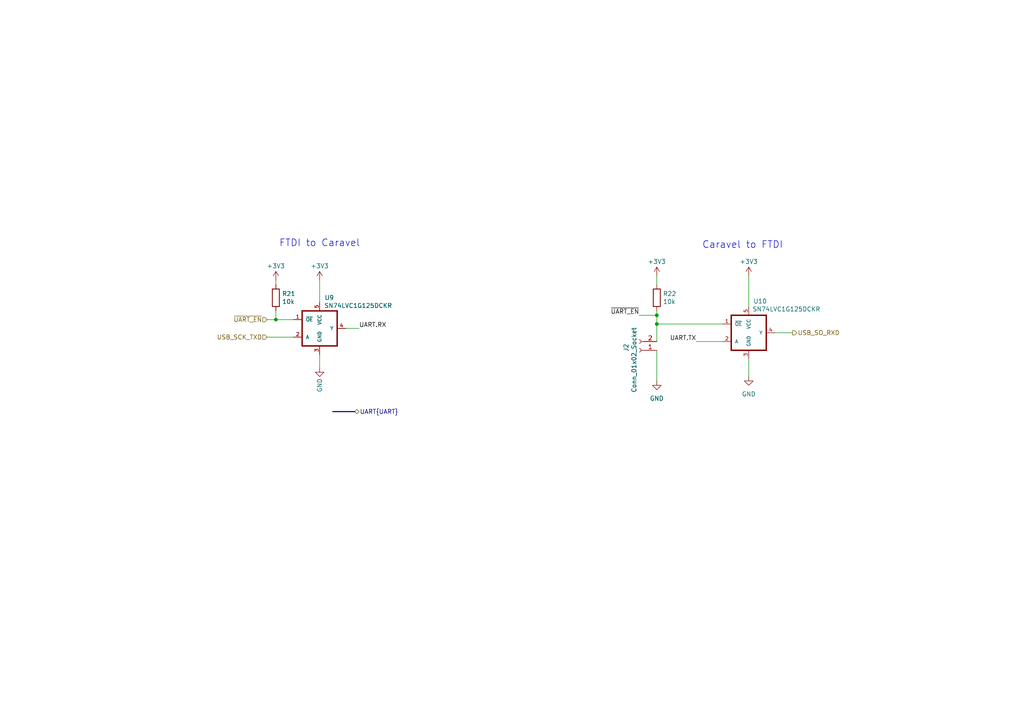
<source format=kicad_sch>
(kicad_sch (version 20231120) (generator "eeschema") (generator_version "8.0")
  (paper "A4")
  (title_block (date "2024-05-30") (rev "0.1"))
  (lib_symbols
    (symbol "Caravel_board:SN74LVC1G125DCKR" (pin_names (offset 1.016))
      (property "Reference" "U" (at -3.175 6.35 0))
      (property "Value" "SN74LVC1G125DCKR" (at -20.32 -8.255 0))
      (symbol "SN74LVC1G125DCKR_0_0"
        (polyline (pts (xy -5.08 -5.08) (xy 5.08 -5.08)) (stroke (width 0.4064)))
        (polyline (pts (xy -5.08 5.08) (xy -5.08 -5.08)) (stroke (width 0.4064)))
        (polyline (pts (xy 5.08 -5.08) (xy 5.08 5.08)) (stroke (width 0.4064)))
        (polyline (pts (xy 5.08 5.08) (xy -5.08 5.08)) (stroke (width 0.4064)))
        (pin input line (at -7.62 2.54 0) (length 2.54) (name "~{OE}") (number "1"))
        (pin input line (at -7.62 -2.54 0) (length 2.54) (name "A") (number "2"))
        (pin passive line (at 0 -7.62 90) (length 2.54) (name "GND") (number "3"))
        (pin output line (at 7.62 0 180) (length 2.54) (name "Y") (number "4"))
      )
      (symbol "SN74LVC1G125DCKR_1_0"
        (pin power_in line (at 0 7.62 270) (length 2.54) (name "VCC") (number "5"))
      )
    )
    (symbol "Connector:Conn_01x02_Socket" (pin_names (offset 1.016) hide)
      (property "Reference" "J" (at 0 2.54 0))
      (property "Value" "Conn_01x02_Socket" (at 0 -5.08 0))
      (symbol "Conn_01x02_Socket_1_1"
        (arc (start 0 -2.032) (mid -0.5058 -2.54) (end 0 -3.048) (stroke (width 0.1524)))
        (polyline (pts (xy -1.27 -2.54) (xy -0.508 -2.54)) (stroke (width 0.1524)))
        (polyline (pts (xy -1.27 0) (xy -0.508 0)) (stroke (width 0.1524)))
        (arc (start 0 0.508) (mid -0.5058 0) (end 0 -0.508) (stroke (width 0.1524)))
        (pin passive line (at -5.08 0 0) (length 3.81) (name "Pin_1") (number "1"))
        (pin passive line (at -5.08 -2.54 0) (length 3.81) (name "Pin_2") (number "2"))
      )
    )
    (symbol "Device:R" (pin_numbers hide) (pin_names (offset 0))
      (property "Reference" "R" (at 2.032 0 90))
      (property "Value" "R" (at 0 0 90))
      (symbol "R_0_1"
        (rectangle (start -1.016 -2.54) (end 1.016 2.54) (stroke (width 0.254)))
      )
      (symbol "R_1_1"
        (pin passive line (at 0 3.81 270) (length 1.27) (name "~") (number "1"))
        (pin passive line (at 0 -3.81 90) (length 1.27) (name "~") (number "2"))
      )
    )
    (symbol "power:+3V3" (power) (pin_numbers hide) (pin_names (offset 0) hide)
      (property "Value" "+3V3" (at 0 3.556 0))
      (symbol "+3V3_0_1"
        (polyline (pts (xy -0.762 1.27) (xy 0 2.54)))
        (polyline (pts (xy 0 0) (xy 0 2.54)))
        (polyline (pts (xy 0 2.54) (xy 0.762 1.27)))
      )
      (symbol "+3V3_1_1"
        (pin power_in line (at 0 0 90) (length 0) (name "~") (number "1"))
      )
    )
    (symbol "power:GND" (power) (pin_numbers hide) (pin_names (offset 0) hide)
      (property "Value" "GND" (at 0 -3.81 0))
      (symbol "GND_0_1"
        (polyline (pts (xy 0 0) (xy 0 -1.27) (xy 1.27 -1.27) (xy 0 -2.54) (xy -1.27 -1.27) (xy 0 -1.27)))
      )
      (symbol "GND_1_1"
        (pin power_in line (at 0 0 270) (length 0) (name "~") (number "1"))
      )
    )
  )
  (junction (at 190.5 91.44))
  (junction (at 190.5 93.98))
  (junction (at 80.01 92.71))
  (wire (pts (xy 100.33 95.25) (xy 104.14 95.25)))
  (wire (pts (xy 77.47 97.79) (xy 85.09 97.79)))
  (wire (pts (xy 217.17 104.14) (xy 217.17 109.22)))
  (wire (pts (xy 190.5 91.44) (xy 190.5 93.98)))
  (wire (pts (xy 190.5 110.49) (xy 190.5 101.6)))
  (wire (pts (xy 190.5 82.55) (xy 190.5 80.01)))
  (wire (pts (xy 201.93 99.06) (xy 209.55 99.06)))
  (wire (pts (xy 80.01 92.71) (xy 77.47 92.71)))
  (wire (pts (xy 190.5 90.17) (xy 190.5 91.44)))
  (wire (pts (xy 190.5 91.44) (xy 185.42 91.44)))
  (bus (pts (xy 96.52 119.38) (xy 102.87 119.38)))
  (wire (pts (xy 92.71 81.28) (xy 92.71 87.63)))
  (wire (pts (xy 190.5 93.98) (xy 190.5 99.06)))
  (wire (pts (xy 217.17 88.9) (xy 217.17 80.01)))
  (wire (pts (xy 92.71 102.87) (xy 92.71 106.68)))
  (wire (pts (xy 80.01 90.17) (xy 80.01 92.71)))
  (wire (pts (xy 80.01 82.55) (xy 80.01 81.28)))
  (wire (pts (xy 190.5 93.98) (xy 209.55 93.98)))
  (wire (pts (xy 85.09 92.71) (xy 80.01 92.71)))
  (wire (pts (xy 224.79 96.52) (xy 229.87 96.52)))
  (text "FTDI to Caravel" (at 92.71 70.612 0) (effects (font (size 2 2))))
  (text "Caravel to FTDI" (at 215.392 71.12 0) (effects (font (size 2 2))))
  (label "UART.RX" (at 104.14 95.25 0))
  (label "UART.TX" (at 201.93 99.06 180))
  (label "~{UART_EN}" (at 185.42 91.44 180))
  (hierarchical_label "~{UART_EN}" (shape input) (at 77.47 92.71 180))
  (hierarchical_label "UART{UART}" (shape bidirectional) (at 102.87 119.38 0))
  (hierarchical_label "USB_SCK_TXD" (shape input) (at 77.47 97.79 180))
  (hierarchical_label "USB_SO_RXD" (shape output) (at 229.87 96.52 0))
  (symbol (lib_id "power:GND") (at 92.71 106.68 0) (unit 1)
    (property "Reference" "#PWR059" (effects (hide yes)))
    (property "Value" "GND" (at 92.71 111.76 90))
    (property "Description" "Power symbol creates a global label with name \"GND\" , ground" (effects (hide yes)))
  )
  (symbol (lib_id "power:+3V3") (at 190.5 80.01 0) (unit 1)
    (property "Reference" "#PWR060" (effects (hide yes)))
    (property "Value" "+3V3" (at 190.5 75.8769 0))
    (property "Description" "Power symbol creates a global label with name \"+3V3\"" (effects (hide yes)))
  )
  (symbol (lib_id "Connector:Conn_01x02_Socket") (at 185.42 101.6 180) (unit 1)
    (property "Reference" "J2" (at 181.61 100.838 90))
    (property "Value" "Conn_01x02_Socket" (at 183.896 104.394 90))
    (property "Footprint" "Connector_PinSocket_2.54mm:PinSocket_1x02_P2.54mm_Vertical" (effects (hide yes)))
    (property "Description" "Generic connector, single row, 01x02, script generated" (effects (hide yes)))
  )
  (symbol (lib_id "Device:R") (at 80.01 86.36 0) (unit 1)
    (property "Reference" "R21" (at 81.788 85.1916 0) (effects (justify left)))
    (property "Value" "10k" (at 81.788 87.503 0) (effects (justify left)))
    (property "Footprint" "Resistor_SMD:R_0805_2012Metric" (effects (hide yes)))
    (property "Description" "Resistor" (effects (hide yes)))
  )
  (symbol (lib_id "power:+3V3") (at 80.01 81.28 0) (unit 1)
    (property "Reference" "#PWR057" (effects (hide yes)))
    (property "Value" "+3V3" (at 80.01 77.1469 0))
    (property "Description" "Power symbol creates a global label with name \"+3V3\"" (effects (hide yes)))
  )
  (symbol (lib_id "power:+3V3") (at 92.71 81.28 0) (unit 1)
    (property "Reference" "#PWR058" (effects (hide yes)))
    (property "Value" "+3V3" (at 92.71 77.1469 0))
    (property "Description" "Power symbol creates a global label with name \"+3V3\"" (effects (hide yes)))
  )
  (symbol (lib_id "power:GND") (at 217.17 109.22 0) (unit 1)
    (property "Reference" "#PWR063" (effects (hide yes)))
    (property "Value" "GND" (at 217.17 114.3 0))
    (property "Description" "Power symbol creates a global label with name \"GND\" , ground" (effects (hide yes)))
  )
  (symbol (lib_id "Device:R") (at 190.5 86.36 0) (unit 1)
    (property "Reference" "R22" (at 192.278 85.1916 0) (effects (justify left)))
    (property "Value" "10k" (at 192.278 87.503 0) (effects (justify left)))
    (property "Footprint" "Resistor_SMD:R_0805_2012Metric" (effects (hide yes)))
    (property "Description" "Resistor" (effects (hide yes)))
  )
  (symbol (lib_id "power:GND") (at 190.5 110.49 0) (unit 1)
    (property "Reference" "#PWR061" (effects (hide yes)))
    (property "Value" "GND" (at 190.5 115.57 0))
    (property "Description" "Power symbol creates a global label with name \"GND\" , ground" (effects (hide yes)))
  )
  (symbol (lib_id "Caravel_board:SN74LVC1G125DCKR") (at 217.17 96.52 0) (unit 1)
    (property "Reference" "U10" (at 220.472 87.376 0))
    (property "Value" "SN74LVC1G125DCKR" (at 228.092 89.662 0))
    (property "Footprint" "strive_foot_prints:SOT65P210X110-5N" (effects (hide yes)))
    (property "Datasheet" "SC-70-5" (effects (hide yes)))
    (property "Field4" "76C4082" (effects (hide yes)))
    (property "Field5" "Texas Instruments" (effects (hide yes)))
    (property "Field6" "SN74LVC1G125DCKR" (effects (hide yes)))
    (property "Field7" "1470771" (effects (hide yes)))
  )
  (symbol (lib_id "Caravel_board:SN74LVC1G125DCKR") (at 92.71 95.25 0) (unit 1)
    (property "Reference" "U9" (at 95.504 86.36 0))
    (property "Value" "SN74LVC1G125DCKR" (at 103.886 88.646 0))
    (property "Footprint" "strive_foot_prints:SOT65P210X110-5N" (effects (hide yes)))
    (property "Datasheet" "SC-70-5" (effects (hide yes)))
    (property "Field4" "76C4082" (effects (hide yes)))
    (property "Field5" "Texas Instruments" (effects (hide yes)))
    (property "Field6" "SN74LVC1G125DCKR" (effects (hide yes)))
    (property "Field7" "1470771" (effects (hide yes)))
  )
  (symbol (lib_id "power:+3V3") (at 217.17 80.01 0) (unit 1)
    (property "Reference" "#PWR062" (effects (hide yes)))
    (property "Value" "+3V3" (at 217.17 75.8769 0))
    (property "Description" "Power symbol creates a global label with name \"+3V3\"" (effects (hide yes)))
  )
)
</source>
